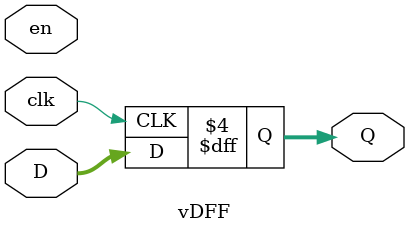
<source format=sv>

	
// 	FlopR #(12) Reg1(.clk(clk1), .en(1'b1), .d(data_in), .q(reg1_out));
// 	FlopR #(12) Reg3(.clk(clk1), .en(clk_reg2_out), .d(reg1_out), .q(reg3_out));
// 	FlopR #(12) Reg2(.clk(clk2), .en(1'b1), .d(reg3_out), .q(data_out));

// 	FlopR #(1) clk_Reg1(.clk(~clk1), .en(1'b1), .d(clk2), .q(clk_reg1_out));
// 	FlopR #(1) clk_Reg2(.clk(~clk1), .en(1'b1), .d(clk_reg1_out), .q(clk_reg2_out));
// endmodule

module fast_to_slow_synchronizer
(
input clk1,
input clk2,
input [11:0] data_in,
output [11:0] data_out
);
	
	logic [11:0] reg1_out, reg3_out;
	logic en, temp;
	
	vDFF #(12) reg1 (data_in,		reg1_out,  	1'b1, 	clk1 );
	vDFF #(12) reg3 (reg1_out, 	reg3_out, 	en,   	clk1, );
	vDFF #(12) reg2 (reg3_out,  	data_out,	1'b1, 	clk2,);
	
	vDFF #(1)  s1 	(clk2, temp,	 1'b1,		~clk1);
	vDFF #(1)  s2 	(temp, en,		 1'b1, 		~clk1);
	
endmodule



module vDFF (D, Q, en, clk);

	parameter n = 12;
	
	input [n-1:0] D;
	input en;
	input clk;
	
	output reg [n-1: 0] Q;
	
	always_ff@(posedge clk)
		if(en) 		Q <= D;
		else 				Q <= D;
	
endmodule


</source>
